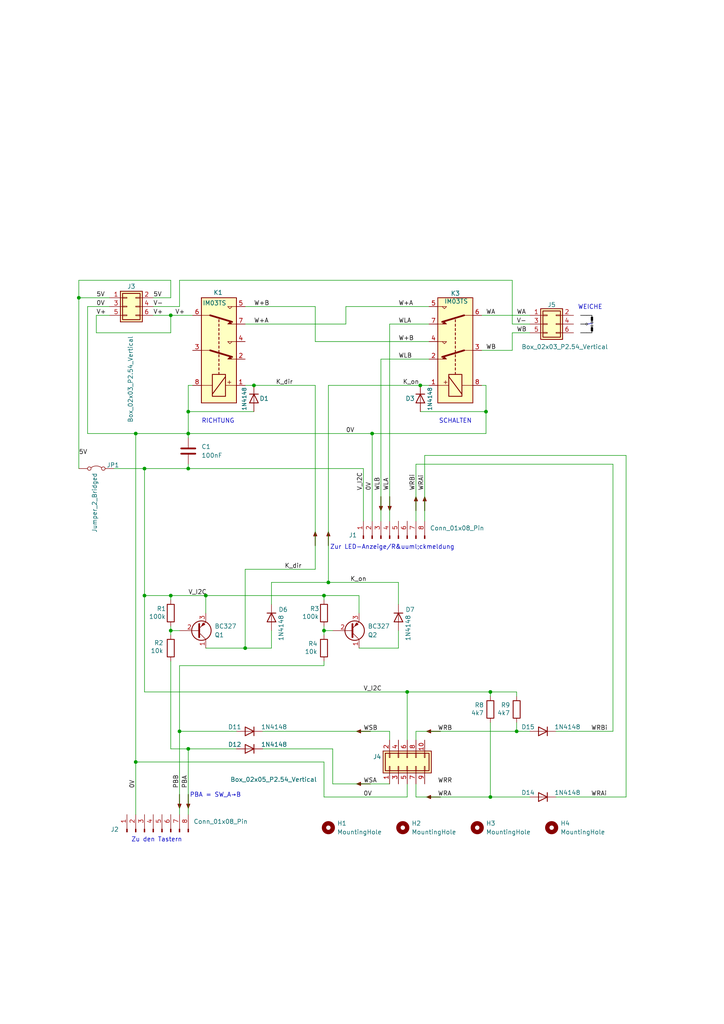
<source format=kicad_sch>
(kicad_sch (version 20231120) (generator "eeschema") (generator_version "8.0")
  (paper "A4" portrait)
  (title_block (date "2024-11-24"))
  (lib_symbols
    (symbol "Connector:Conn_01x08_Pin" (pin_names (offset 1.016) hide)
      (property "Reference" "J" (at 0 10.16 0))
      (property "Value" "Conn_01x08_Pin" (at 0 -12.7 0))
      (symbol "Conn_01x08_Pin_1_1"
        (polyline (pts (xy 1.27 -10.16) (xy 0.8636 -10.16)) (stroke (width 0.1524)))
        (polyline (pts (xy 1.27 -7.62) (xy 0.8636 -7.62)) (stroke (width 0.1524)))
        (polyline (pts (xy 1.27 -5.08) (xy 0.8636 -5.08)) (stroke (width 0.1524)))
        (polyline (pts (xy 1.27 -2.54) (xy 0.8636 -2.54)) (stroke (width 0.1524)))
        (polyline (pts (xy 1.27 0) (xy 0.8636 0)) (stroke (width 0.1524)))
        (polyline (pts (xy 1.27 2.54) (xy 0.8636 2.54)) (stroke (width 0.1524)))
        (polyline (pts (xy 1.27 5.08) (xy 0.8636 5.08)) (stroke (width 0.1524)))
        (polyline (pts (xy 1.27 7.62) (xy 0.8636 7.62)) (stroke (width 0.1524)))
        (rectangle (start 0.8636 -10.033) (end 0 -10.287) (stroke (width 0.1524)) (fill (type outline)))
        (rectangle (start 0.8636 -7.493) (end 0 -7.747) (stroke (width 0.1524)) (fill (type outline)))
        (rectangle (start 0.8636 -4.953) (end 0 -5.207) (stroke (width 0.1524)) (fill (type outline)))
        (rectangle (start 0.8636 -2.413) (end 0 -2.667) (stroke (width 0.1524)) (fill (type outline)))
        (rectangle (start 0.8636 0.127) (end 0 -0.127) (stroke (width 0.1524)) (fill (type outline)))
        (rectangle (start 0.8636 2.667) (end 0 2.413) (stroke (width 0.1524)) (fill (type outline)))
        (rectangle (start 0.8636 5.207) (end 0 4.953) (stroke (width 0.1524)) (fill (type outline)))
        (rectangle (start 0.8636 7.747) (end 0 7.493) (stroke (width 0.1524)) (fill (type outline)))
        (pin passive line (at 5.08 7.62 180) (length 3.81) (name "Pin_1") (number "1"))
        (pin passive line (at 5.08 5.08 180) (length 3.81) (name "Pin_2") (number "2"))
        (pin passive line (at 5.08 2.54 180) (length 3.81) (name "Pin_3") (number "3"))
        (pin passive line (at 5.08 0 180) (length 3.81) (name "Pin_4") (number "4"))
        (pin passive line (at 5.08 -2.54 180) (length 3.81) (name "Pin_5") (number "5"))
        (pin passive line (at 5.08 -5.08 180) (length 3.81) (name "Pin_6") (number "6"))
        (pin passive line (at 5.08 -7.62 180) (length 3.81) (name "Pin_7") (number "7"))
        (pin passive line (at 5.08 -10.16 180) (length 3.81) (name "Pin_8") (number "8"))
      )
    )
    (symbol "Device:C" (pin_numbers hide) (pin_names (offset 0.254))
      (property "Reference" "C" (at 0.635 2.54 0))
      (property "Value" "C" (at 0.635 -2.54 0))
      (symbol "C_0_1"
        (polyline (pts (xy -2.032 -0.762) (xy 2.032 -0.762)) (stroke (width 0.508)))
        (polyline (pts (xy -2.032 0.762) (xy 2.032 0.762)) (stroke (width 0.508)))
      )
      (symbol "C_1_1"
        (pin passive line (at 0 3.81 270) (length 2.794) (name "~") (number "1"))
        (pin passive line (at 0 -3.81 90) (length 2.794) (name "~") (number "2"))
      )
    )
    (symbol "Device:R" (pin_numbers hide) (pin_names (offset 0))
      (property "Reference" "R" (at 2.032 0 90))
      (property "Value" "R" (at 0 0 90))
      (symbol "R_0_1"
        (rectangle (start -1.016 -2.54) (end 1.016 2.54) (stroke (width 0.254)))
      )
      (symbol "R_1_1"
        (pin passive line (at 0 3.81 270) (length 1.27) (name "~") (number "1"))
        (pin passive line (at 0 -3.81 90) (length 1.27) (name "~") (number "2"))
      )
    )
    (symbol "Diode:1N4148" (pin_numbers hide) (pin_names hide)
      (property "Reference" "D" (at 0 2.54 0))
      (property "Value" "1N4148" (at 0 -2.54 0))
      (symbol "1N4148_0_1"
        (polyline (pts (xy -1.27 1.27) (xy -1.27 -1.27)) (stroke (width 0.254)))
        (polyline (pts (xy 1.27 0) (xy -1.27 0)))
        (polyline (pts (xy 1.27 1.27) (xy 1.27 -1.27) (xy -1.27 0) (xy 1.27 1.27)) (stroke (width 0.254)))
      )
      (symbol "1N4148_1_1"
        (pin passive line (at -3.81 0 0) (length 2.54) (name "K") (number "1"))
        (pin passive line (at 3.81 0 180) (length 2.54) (name "A") (number "2"))
      )
    )
    (symbol "Graphic:SYM_Arrow_Small" (in_bom no) (on_board no)
      (symbol "SYM_Arrow_Small_0_1"
        (polyline (pts (xy 1.524 0) (xy -2.032 0)) (stroke (width 0.254)))
        (polyline (pts (xy 2.032 0) (xy 0.762 -0.508) (xy 0.762 0.508) (xy 2.032 0)) (fill (type outline)))
      )
    )
    (symbol "Jumper:Jumper_2_Bridged" (pin_numbers hide) (pin_names (offset 0) hide) (exclude_from_sim yes)
      (property "Reference" "JP" (at 0 1.905 0))
      (property "Value" "Jumper_2_Bridged" (at 0 -2.54 0))
      (symbol "Jumper_2_Bridged_0_0"
        (circle (center -2.032 0) (radius 0.508))
        (circle (center 2.032 0) (radius 0.508))
      )
      (symbol "Jumper_2_Bridged_0_1"
        (arc (start 1.524 0.254) (mid 0 0.762) (end -1.524 0.254))
      )
      (symbol "Jumper_2_Bridged_1_1"
        (pin passive line (at -5.08 0 0) (length 2.54) (name "A") (number "1"))
        (pin passive line (at 5.08 0 180) (length 2.54) (name "B") (number "2"))
      )
    )
    (symbol "Relay:IM03"
      (property "Reference" "K" (at 16.51 3.81 0))
      (property "Value" "IM03" (at 16.51 1.27 0))
      (symbol "IM03_0_0"
        (text "+" (at -9.271 2.921 0) (effects (font (size 1.27 1.27))))
      )
      (symbol "IM03_0_1"
        (rectangle (start -15.24 5.08) (end 15.24 -5.08) (stroke (width 0.254)) (fill (type background)))
        (rectangle (start -13.335 1.905) (end -6.985 -1.905) (stroke (width 0.254)))
        (polyline (pts (xy -12.7 -1.905) (xy -7.62 1.905)) (stroke (width 0.254)))
        (polyline (pts (xy -10.16 -5.08) (xy -10.16 -1.905)))
        (polyline (pts (xy -10.16 5.08) (xy -10.16 1.905)))
        (polyline (pts (xy -6.985 0) (xy -6.35 0)) (stroke (width 0.254)))
        (polyline (pts (xy -5.715 0) (xy -5.08 0)) (stroke (width 0.254)))
        (polyline (pts (xy -4.445 0) (xy -3.81 0)) (stroke (width 0.254)))
        (polyline (pts (xy -3.175 0) (xy -2.54 0)) (stroke (width 0.254)))
        (polyline (pts (xy -1.905 0) (xy -1.27 0)) (stroke (width 0.254)))
        (polyline (pts (xy -0.635 0) (xy 0 0)) (stroke (width 0.254)))
        (polyline (pts (xy 0 -2.54) (xy -1.905 3.81)) (stroke (width 0.508)))
        (polyline (pts (xy 0 -2.54) (xy 0 -5.08)))
        (polyline (pts (xy 0.635 0) (xy 1.27 0)) (stroke (width 0.254)))
        (polyline (pts (xy 1.905 0) (xy 2.54 0)) (stroke (width 0.254)))
        (polyline (pts (xy 3.175 0) (xy 3.81 0)) (stroke (width 0.254)))
        (polyline (pts (xy 4.445 0) (xy 5.08 0)) (stroke (width 0.254)))
        (polyline (pts (xy 5.715 0) (xy 6.35 0)) (stroke (width 0.254)))
        (polyline (pts (xy 6.985 0) (xy 7.62 0)) (stroke (width 0.254)))
        (polyline (pts (xy 8.255 0) (xy 8.89 0)) (stroke (width 0.254)))
        (polyline (pts (xy 10.16 -2.54) (xy 8.255 3.81)) (stroke (width 0.508)))
        (polyline (pts (xy 10.16 -2.54) (xy 10.16 -5.08)))
        (polyline (pts (xy -2.54 5.08) (xy -2.54 2.54) (xy -1.905 3.175) (xy -2.54 3.81)) (fill (type outline)))
        (polyline (pts (xy 2.54 5.08) (xy 2.54 2.54) (xy 1.905 3.175) (xy 2.54 3.81)))
        (polyline (pts (xy 7.62 5.08) (xy 7.62 2.54) (xy 8.255 3.175) (xy 7.62 3.81)) (fill (type outline)))
        (polyline (pts (xy 12.7 5.08) (xy 12.7 2.54) (xy 12.065 3.175) (xy 12.7 3.81)))
      )
      (symbol "IM03_1_1"
        (pin passive line (at -10.16 7.62 270) (length 2.54) (name "~") (number "1"))
        (pin passive line (at -2.54 7.62 270) (length 2.54) (name "~") (number "2"))
        (pin passive line (at 0 -7.62 90) (length 2.54) (name "~") (number "3"))
        (pin passive line (at 2.54 7.62 270) (length 2.54) (name "~") (number "4"))
        (pin passive line (at 12.7 7.62 270) (length 2.54) (name "~") (number "5"))
        (pin passive line (at 10.16 -7.62 90) (length 2.54) (name "~") (number "6"))
        (pin passive line (at 7.62 7.62 270) (length 2.54) (name "~") (number "7"))
        (pin passive line (at -10.16 -7.62 90) (length 2.54) (name "~") (number "8"))
      )
    )
    (symbol "Transistor_BJT:BC327" (pin_names (offset 0) hide)
      (property "Reference" "Q" (at 5.08 1.905 0))
      (property "Value" "BC327" (at 5.08 0 0))
      (symbol "BC327_0_1"
        (polyline (pts (xy 0.635 0.635) (xy 2.54 2.54)))
        (polyline (pts (xy 0.635 -0.635) (xy 2.54 -2.54) (xy 2.54 -2.54)))
        (polyline (pts (xy 0.635 1.905) (xy 0.635 -1.905) (xy 0.635 -1.905)) (stroke (width 0.508)))
        (polyline (pts (xy 2.286 -1.778) (xy 1.778 -2.286) (xy 1.27 -1.27) (xy 2.286 -1.778) (xy 2.286 -1.778)) (fill (type outline)))
        (circle (center 1.27 0) (radius 2.8194) (stroke (width 0.254)))
      )
      (symbol "BC327_1_1"
        (pin passive line (at 2.54 5.08 270) (length 2.54) (name "C") (number "1"))
        (pin input line (at -5.08 0 0) (length 5.715) (name "B") (number "2"))
        (pin passive line (at 2.54 -5.08 90) (length 2.54) (name "E") (number "3"))
      )
    )
    (symbol "_kh_library:Box_02x03_P2.54_Vertical" (pin_names (offset 1.016) hide)
      (property "Reference" "J" (at 1.27 5.588 0))
      (property "Value" "Box_02x03_P2.54_Vertical" (at 1.27 -6.35 0))
      (symbol "Box_02x03_P2.54_Vertical_1_1"
        (rectangle (start -1.905 4.445) (end 4.445 -4.445) (stroke (width 0.254)) (fill (type background)))
        (rectangle (start -1.27 -2.413) (end 0 -2.667) (stroke (width 0.1524)))
        (rectangle (start -1.27 0.127) (end 0 -0.127) (stroke (width 0.1524)))
        (rectangle (start -1.27 2.667) (end 0 2.413) (stroke (width 0.1524)))
        (rectangle (start -1.27 3.81) (end 3.81 -3.81) (stroke (width 0.254)) (fill (type background)))
        (rectangle (start 3.81 -2.413) (end 2.54 -2.667) (stroke (width 0.1524)))
        (rectangle (start 3.81 0.127) (end 2.54 -0.127) (stroke (width 0.1524)))
        (rectangle (start 3.81 2.667) (end 2.54 2.413) (stroke (width 0.1524)))
        (pin passive line (at -5.08 2.54 0) (length 3.81) (name "Pin_1") (number "1"))
        (pin passive line (at 7.62 2.54 180) (length 3.81) (name "Pin_2") (number "2"))
        (pin passive line (at -5.08 0 0) (length 3.81) (name "Pin_3") (number "3"))
        (pin passive line (at 7.62 0 180) (length 3.81) (name "Pin_4") (number "4"))
        (pin passive line (at -5.08 -2.54 0) (length 3.81) (name "Pin_5") (number "5"))
        (pin passive line (at 7.62 -2.54 180) (length 3.81) (name "Pin_6") (number "6"))
      )
    )
    (symbol "_kh_library:Box_02x05_P2.54_Vertical" (pin_names (offset 1.016) hide)
      (property "Reference" "J" (at 1.27 5.588 0))
      (property "Value" "Box_02x05_P2.54_Vertical" (at 1.27 -11.176 0))
      (symbol "Box_02x05_P2.54_Vertical_1_1"
        (rectangle (start -1.905 4.445) (end 4.445 -9.525) (stroke (width 0.254)) (fill (type background)))
        (rectangle (start -1.27 -7.493) (end 0 -7.747) (stroke (width 0.1524)))
        (rectangle (start -1.27 -4.953) (end 0 -5.207) (stroke (width 0.1524)))
        (rectangle (start -1.27 -2.413) (end 0 -2.667) (stroke (width 0.1524)))
        (rectangle (start -1.27 0.127) (end 0 -0.127) (stroke (width 0.1524)))
        (rectangle (start -1.27 2.667) (end 0 2.413) (stroke (width 0.1524)))
        (rectangle (start -1.27 3.81) (end 3.81 -8.89) (stroke (width 0.254)) (fill (type background)))
        (rectangle (start 2.54 -7.493) (end 3.81 -7.747) (stroke (width 0.1524)))
        (rectangle (start 2.54 -4.953) (end 3.81 -5.207) (stroke (width 0.1524)))
        (rectangle (start 2.54 -2.413) (end 3.81 -2.667) (stroke (width 0.1524)))
        (rectangle (start 3.81 0.127) (end 2.54 -0.127) (stroke (width 0.1524)))
        (rectangle (start 3.81 2.667) (end 2.54 2.413) (stroke (width 0.1524)))
        (pin passive line (at -5.08 2.54 0) (length 3.81) (name "Pin_1") (number "1"))
        (pin passive line (at 7.62 -7.62 180) (length 3.81) (name "Pin_10") (number "10"))
        (pin passive line (at 7.62 2.54 180) (length 3.81) (name "Pin_2") (number "2"))
        (pin passive line (at -5.08 0 0) (length 3.81) (name "Pin_3") (number "3"))
        (pin passive line (at 7.62 0 180) (length 3.81) (name "Pin_4") (number "4"))
        (pin passive line (at -5.08 -2.54 0) (length 3.81) (name "Pin_5") (number "5"))
        (pin passive line (at 7.62 -2.54 180) (length 3.81) (name "Pin_6") (number "6"))
        (pin passive line (at -5.08 -5.08 0) (length 3.81) (name "Pin_7") (number "7"))
        (pin passive line (at 7.62 -5.08 180) (length 3.81) (name "Pin_8") (number "8"))
        (pin passive line (at -5.08 -7.62 0) (length 3.81) (name "Pin_9") (number "9"))
      )
    )
    (symbol "_kh_library:MountingHole" (pin_names (offset 1.016)) (exclude_from_sim yes) (in_bom no)
      (property "Reference" "H" (at 0 5.08 0))
      (property "Value" "MountingHole" (at 0 3.175 0))
      (symbol "MountingHole_0_1"
        (circle (center 0 0) (radius 1.27) (stroke (width 1.27)))
      )
    )
  )
  (junction (at 142.24 200.66))
  (junction (at 49.53 182.88))
  (junction (at 52.07 212.09))
  (junction (at 121.92 111.76))
  (junction (at 73.66 111.76))
  (junction (at 49.53 172.72))
  (junction (at 93.98 182.88))
  (junction (at 39.37 125.73))
  (junction (at 54.61 119.38))
  (junction (at 142.24 231.14))
  (junction (at 71.12 187.96))
  (junction (at 140.97 119.38))
  (junction (at 54.61 135.89))
  (junction (at 118.11 200.66))
  (junction (at 149.86 212.09))
  (junction (at 39.37 220.98))
  (junction (at 107.95 125.73))
  (junction (at 59.69 172.72))
  (junction (at 93.98 172.72))
  (junction (at 95.25 168.91))
  (junction (at 49.53 91.44))
  (junction (at 54.61 125.73))
  (junction (at 41.91 135.89))
  (junction (at 22.86 86.36))
  (junction (at 41.91 172.72))
  (junction (at 54.61 217.17))
  (wire (pts (xy 161.29 231.14) (xy 181.61 231.14)))
  (wire (pts (xy 54.61 111.76) (xy 55.88 111.76)))
  (wire (pts (xy 91.44 111.76) (xy 73.66 111.76)))
  (wire (pts (xy 44.45 91.44) (xy 49.53 91.44)))
  (wire (pts (xy 104.14 187.96) (xy 115.57 187.96)))
  (wire (pts (xy 104.14 172.72) (xy 104.14 177.8)))
  (wire (pts (xy 25.4 88.9) (xy 25.4 125.73)))
  (wire (pts (xy 149.86 200.66) (xy 142.24 200.66)))
  (wire (pts (xy 148.59 93.98) (xy 153.67 93.98)))
  (wire (pts (xy 78.74 168.91) (xy 95.25 168.91)))
  (wire (pts (xy 113.03 93.98) (xy 124.46 93.98)))
  (wire (pts (xy 149.86 212.09) (xy 153.67 212.09)))
  (wire (pts (xy 41.91 172.72) (xy 49.53 172.72)))
  (wire (pts (xy 120.65 231.14) (xy 120.65 227.33)))
  (wire (pts (xy 52.07 212.09) (xy 52.07 236.22)))
  (wire (pts (xy 120.65 212.09) (xy 149.86 212.09)))
  (wire (pts (xy 39.37 236.22) (xy 39.37 220.98)))
  (wire (pts (xy 76.2 217.17) (xy 96.52 217.17)))
  (wire (pts (xy 71.12 165.1) (xy 71.12 187.96)))
  (wire (pts (xy 59.69 187.96) (xy 71.12 187.96)))
  (wire (pts (xy 118.11 231.14) (xy 118.11 227.33)))
  (wire (pts (xy 25.4 88.9) (xy 31.75 88.9)))
  (wire (pts (xy 49.53 81.28) (xy 22.86 81.28)))
  (wire (pts (xy 27.94 91.44) (xy 27.94 96.52)))
  (wire (pts (xy 22.86 86.36) (xy 22.86 135.89)))
  (wire (pts (xy 71.12 93.98) (xy 100.33 93.98)))
  (wire (pts (xy 59.69 172.72) (xy 59.69 177.8)))
  (wire (pts (xy 124.46 99.06) (xy 91.44 99.06)))
  (wire (pts (xy 76.2 212.09) (xy 113.03 212.09)))
  (wire (pts (xy 93.98 231.14) (xy 118.11 231.14)))
  (wire (pts (xy 121.92 119.38) (xy 140.97 119.38)))
  (wire (pts (xy 115.57 182.88) (xy 115.57 187.96)))
  (wire (pts (xy 49.53 91.44) (xy 55.88 91.44)))
  (wire (pts (xy 39.37 125.73) (xy 39.37 220.98)))
  (polyline (pts (xy 170.18 91.44) (xy 171.704 91.44)) (stroke (width 0) (color 0 0 0 1)))
  (wire (pts (xy 52.07 212.09) (xy 68.58 212.09)))
  (wire (pts (xy 27.94 96.52) (xy 49.53 96.52)))
  (wire (pts (xy 123.19 132.08) (xy 123.19 151.13)))
  (wire (pts (xy 52.07 193.04) (xy 93.98 193.04)))
  (wire (pts (xy 181.61 132.08) (xy 181.61 231.14)))
  (wire (pts (xy 113.03 93.98) (xy 113.03 151.13)))
  (wire (pts (xy 93.98 182.88) (xy 93.98 184.15)))
  (wire (pts (xy 91.44 99.06) (xy 91.44 88.9)))
  (wire (pts (xy 68.58 217.17) (xy 54.61 217.17)))
  (wire (pts (xy 118.11 200.66) (xy 142.24 200.66)))
  (wire (pts (xy 27.94 91.44) (xy 31.75 91.44)))
  (wire (pts (xy 41.91 135.89) (xy 54.61 135.89)))
  (wire (pts (xy 110.49 104.14) (xy 124.46 104.14)))
  (wire (pts (xy 73.66 119.38) (xy 54.61 119.38)))
  (wire (pts (xy 118.11 200.66) (xy 118.11 214.63)))
  (wire (pts (xy 93.98 220.98) (xy 93.98 231.14)))
  (wire (pts (xy 93.98 172.72) (xy 104.14 172.72)))
  (wire (pts (xy 93.98 182.88) (xy 96.52 182.88)))
  (wire (pts (xy 49.53 172.72) (xy 49.53 173.99)))
  (wire (pts (xy 96.52 227.33) (xy 113.03 227.33)))
  (wire (pts (xy 54.61 127) (xy 54.61 125.73)))
  (polyline (pts (xy 170.434 93.98) (xy 171.958 93.726)))
  (wire (pts (xy 93.98 181.61) (xy 93.98 182.88)))
  (wire (pts (xy 41.91 200.66) (xy 118.11 200.66)))
  (polyline (pts (xy 171.704 96.52) (xy 171.704 94.742)) (stroke (width 0) (color 0 0 0 1)))
  (wire (pts (xy 95.25 111.76) (xy 121.92 111.76)))
  (wire (pts (xy 105.41 135.89) (xy 105.41 151.13)))
  (wire (pts (xy 95.25 111.76) (xy 95.25 168.91)))
  (wire (pts (xy 44.45 88.9) (xy 52.07 88.9)))
  (wire (pts (xy 140.97 111.76) (xy 139.7 111.76)))
  (wire (pts (xy 39.37 220.98) (xy 93.98 220.98)))
  (wire (pts (xy 49.53 191.77) (xy 49.53 217.17)))
  (wire (pts (xy 148.59 81.28) (xy 148.59 93.98)))
  (wire (pts (xy 161.29 212.09) (xy 177.8 212.09)))
  (polyline (pts (xy 171.704 91.44) (xy 171.704 93.218)) (stroke (width 0) (color 0 0 0 1)))
  (wire (pts (xy 177.8 134.62) (xy 177.8 212.09)))
  (wire (pts (xy 110.49 151.13) (xy 110.49 104.14)))
  (wire (pts (xy 71.12 165.1) (xy 91.44 165.1)))
  (wire (pts (xy 120.65 134.62) (xy 120.65 151.13)))
  (wire (pts (xy 54.61 125.73) (xy 107.95 125.73)))
  (wire (pts (xy 142.24 231.14) (xy 153.67 231.14)))
  (polyline (pts (xy 168.402 91.44) (xy 170.18 91.44)) (stroke (width 0) (color 0 0 0 1)))
  (wire (pts (xy 95.25 168.91) (xy 115.57 168.91)))
  (wire (pts (xy 54.61 135.89) (xy 105.41 135.89)))
  (wire (pts (xy 149.86 209.55) (xy 149.86 212.09)))
  (polyline (pts (xy 168.402 93.98) (xy 169.926 93.98)) (stroke (width 0) (color 0 0 0 1)))
  (wire (pts (xy 93.98 172.72) (xy 59.69 172.72)))
  (wire (pts (xy 93.98 172.72) (xy 93.98 173.99)))
  (wire (pts (xy 49.53 91.44) (xy 49.53 96.52)))
  (wire (pts (xy 153.67 96.52) (xy 148.59 96.52)))
  (wire (pts (xy 78.74 175.26) (xy 78.74 168.91)))
  (wire (pts (xy 142.24 209.55) (xy 142.24 231.14)))
  (wire (pts (xy 49.53 181.61) (xy 49.53 182.88)))
  (wire (pts (xy 71.12 187.96) (xy 78.74 187.96)))
  (wire (pts (xy 120.65 212.09) (xy 120.65 214.63)))
  (wire (pts (xy 120.65 231.14) (xy 142.24 231.14)))
  (wire (pts (xy 107.95 125.73) (xy 140.97 125.73)))
  (wire (pts (xy 52.07 193.04) (xy 52.07 212.09)))
  (wire (pts (xy 100.33 93.98) (xy 100.33 88.9)))
  (wire (pts (xy 49.53 182.88) (xy 52.07 182.88)))
  (wire (pts (xy 52.07 81.28) (xy 52.07 88.9)))
  (wire (pts (xy 54.61 119.38) (xy 54.61 125.73)))
  (wire (pts (xy 96.52 217.17) (xy 96.52 227.33)))
  (wire (pts (xy 54.61 217.17) (xy 54.61 236.22)))
  (wire (pts (xy 113.03 212.09) (xy 113.03 214.63)))
  (wire (pts (xy 54.61 217.17) (xy 49.53 217.17)))
  (wire (pts (xy 22.86 86.36) (xy 31.75 86.36)))
  (wire (pts (xy 139.7 101.6) (xy 148.59 101.6)))
  (wire (pts (xy 121.92 111.76) (xy 124.46 111.76)))
  (wire (pts (xy 78.74 187.96) (xy 78.74 182.88)))
  (wire (pts (xy 49.53 86.36) (xy 49.53 81.28)))
  (wire (pts (xy 22.86 81.28) (xy 22.86 86.36)))
  (wire (pts (xy 177.8 134.62) (xy 120.65 134.62)))
  (wire (pts (xy 100.33 88.9) (xy 124.46 88.9)))
  (wire (pts (xy 49.53 182.88) (xy 49.53 184.15)))
  (wire (pts (xy 91.44 88.9) (xy 71.12 88.9)))
  (wire (pts (xy 123.19 132.08) (xy 181.61 132.08)))
  (wire (pts (xy 39.37 125.73) (xy 54.61 125.73)))
  (wire (pts (xy 25.4 125.73) (xy 39.37 125.73)))
  (wire (pts (xy 73.66 111.76) (xy 71.12 111.76)))
  (wire (pts (xy 41.91 172.72) (xy 41.91 200.66)))
  (wire (pts (xy 107.95 125.73) (xy 107.95 151.13)))
  (wire (pts (xy 93.98 193.04) (xy 93.98 191.77)))
  (wire (pts (xy 139.7 91.44) (xy 153.67 91.44)))
  (wire (pts (xy 140.97 119.38) (xy 140.97 111.76)))
  (wire (pts (xy 44.45 86.36) (xy 49.53 86.36)))
  (polyline (pts (xy 170.18 96.52) (xy 171.704 96.52)) (stroke (width 0) (color 0 0 0 1)))
  (wire (pts (xy 149.86 201.93) (xy 149.86 200.66)))
  (wire (pts (xy 148.59 81.28) (xy 52.07 81.28)))
  (wire (pts (xy 142.24 200.66) (xy 142.24 201.93)))
  (wire (pts (xy 140.97 119.38) (xy 140.97 125.73)))
  (wire (pts (xy 41.91 135.89) (xy 41.91 172.72)))
  (wire (pts (xy 33.02 135.89) (xy 41.91 135.89)))
  (wire (pts (xy 115.57 168.91) (xy 115.57 175.26)))
  (wire (pts (xy 148.59 96.52) (xy 148.59 101.6)))
  (wire (pts (xy 91.44 111.76) (xy 91.44 165.1)))
  (wire (pts (xy 54.61 119.38) (xy 54.61 111.76)))
  (wire (pts (xy 54.61 134.62) (xy 54.61 135.89)))
  (wire (pts (xy 49.53 172.72) (xy 59.69 172.72)))
  (polyline (pts (xy 168.402 96.52) (xy 170.18 96.52)) (stroke (width 0) (color 0 0 0 1)))
  (rectangle (start 171.45 91.948) (end 171.958 92.964) (stroke (width 0) (color 0 0 0 1)) (fill (type color) (color 0 0 0 1)))
  (circle (center 171.704 94.488) (radius 0.254) (stroke (width 0) (color 0 0 0 1)))
  (rectangle (start 171.45 96.012) (end 171.958 94.996) (stroke (width 0) (color 0 0 0 1)) (fill (type color) (color 0 0 0 1)))
  (circle (center 171.704 93.472) (radius 0.254) (stroke (width 0) (color 0 0 0 1)))
  (circle (center 170.18 93.98) (radius 0.254) (stroke (width 0) (color 0 0 0 1)))
  (text "SCHALTEN" (at 132.08 122.174 0) (effects (font (size 1.27 1.27))))
  (text "WEICHE" (at 171.196 89.154 0) (effects (font (size 1.27 1.27))))
  (text "PBA = SW_A→B" (at 62.484 230.632 0) (effects (font (size 1.27 1.27))))
  (text "RICHTUNG" (at 63.246 122.174 0) (effects (font (size 1.27 1.27))))
  (text "Zu den Tastern" (at 45.466 243.586 0) (effects (font (size 1.27 1.27))))
  (text "Zur LED-Anzeige/R&uuml;ckmeldung" (at 113.792 158.75 0) (effects (font (size 1.27 1.27))))
  (label "0V" (at 27.94 88.9 0))
  (label "WRA" (at 127 231.14 0))
  (label "WLA" (at 115.57 93.98 0))
  (label "WLB" (at 110.49 142.24 90))
  (label "W+B" (at 73.66 88.9 0))
  (label "V_I2C" (at 105.41 142.24 90))
  (label "0V" (at 39.37 228.6 90))
  (label "PBB" (at 52.07 228.6 90))
  (label "WRBi" (at 171.45 212.09 0))
  (label "0V" (at 107.95 142.24 90))
  (label "WB" (at 149.86 96.52 0))
  (label "WRB" (at 127 212.09 0))
  (label "PBA" (at 54.61 228.6 90))
  (label "WLB" (at 115.57 104.14 0))
  (label "V+" (at 50.8 91.44 0))
  (label "WB" (at 140.97 101.6 0))
  (label "WRAi" (at 123.19 142.24 90))
  (label "5V" (at 22.86 132.08 0))
  (label "WSB" (at 105.41 212.09 0))
  (label "0V" (at 105.41 231.14 0))
  (label "K_on" (at 116.84 111.76 0))
  (label "WRAi" (at 171.45 231.14 0))
  (label "WA" (at 140.97 91.44 0))
  (label "5V" (at 27.94 86.36 0))
  (label "V_I2C" (at 105.41 200.66 0))
  (label "K_dir" (at 82.55 165.1 0))
  (label "K_dir" (at 80.01 111.76 0))
  (label "WA" (at 149.86 91.44 0))
  (label "V-" (at 149.86 93.98 0))
  (label "W+B" (at 115.57 99.06 0))
  (label "WSA" (at 105.41 227.33 0))
  (label "WLA" (at 113.03 142.24 90))
  (label "V+" (at 44.45 91.44 0))
  (label "0V" (at 100.33 125.73 0))
  (label "W+A" (at 115.57 88.9 0))
  (label "5V" (at 44.45 86.36 0))
  (label "V_I2C" (at 54.61 172.72 0))
  (label "V-" (at 44.45 88.9 0))
  (label "WRR" (at 127 227.33 0))
  (label "WRBi" (at 120.65 142.24 90))
  (label "V+" (at 27.94 91.44 0))
  (label "K_on" (at 101.6 168.91 0))
  (label "W+A" (at 73.66 93.98 0))
  (symbol (lib_id "Device:C") (at 54.61 130.81 0) (unit 1)
    (property "Reference" "C1" (at 58.42 129.5399 0) (effects (justify left)))
    (property "Value" "100nF" (at 58.42 132.0799 0) (effects (justify left)))
    (property "Footprint" "_kh_library:C_Rect_L7.0mm_W2.0mm_P5.00mm_kh" (effects (hide yes)))
    (property "Description" "Unpolarized capacitor" (effects (hide yes)))
  )
  (symbol (lib_id "_kh_library:MountingHole") (at 138.43 240.03 0) (unit 1) (exclude_from_sim yes) (in_bom no)
    (property "Reference" "H3" (at 140.97 238.7599 0) (effects (justify left)))
    (property "Value" "MountingHole" (at 140.97 241.2999 0) (effects (justify left)))
    (property "Footprint" "_kh_library:MountingHole_2.2mm_M2_Pad_TopBottom_kh" (effects (hide yes)))
    (property "Description" "Mounting Hole without connection" (effects (hide yes)))
  )
  (symbol (lib_id "Graphic:SYM_Arrow_Small") (at 52.07 232.41 270) (unit 1) (exclude_from_sim yes) (in_bom no) (on_board no)
    (property "Reference" "#SYM14" (effects (hide yes)))
    (property "Value" "SYM_Arrow_Small" (effects (hide yes)))
    (property "Description" "Filled arrow, 160mil" (effects (hide yes)))
  )
  (symbol (lib_id "Graphic:SYM_Arrow_Small") (at 54.61 232.41 270) (unit 1) (exclude_from_sim yes) (in_bom no) (on_board no)
    (property "Reference" "#SYM13" (effects (hide yes)))
    (property "Value" "SYM_Arrow_Small" (effects (hide yes)))
    (property "Description" "Filled arrow, 160mil" (effects (hide yes)))
  )
  (symbol (lib_id "Diode:1N4148") (at 78.74 179.07 270) (unit 1)
    (property "Reference" "D6" (at 80.772 176.784 90) (effects (justify left)))
    (property "Value" "1N4148" (at 81.534 178.308 0) (effects (justify left)))
    (property "Footprint" "_kh_library:D_DO-35_SOD27_P2.54mm_Vertical_AnodeUp_kh" (effects (hide yes)))
    (property "Datasheet" "https://assets.nexperia.com/documents/data-sheet/1N4148_1N4448.pdf" (effects (hide yes)))
    (property "Description" "100V 0.15A standard switching diode, DO-35" (effects (hide yes)))
    (property "Sim.Device" "D" (effects (hide yes)))
    (property "Sim.Pins" "1=K 2=A" (effects (hide yes)))
  )
  (symbol (lib_id "Transistor_BJT:BC327") (at 101.6 182.88 0) (mirror x) (unit 1)
    (property "Reference" "Q2" (at 106.68 184.1501 0) (effects (justify left)))
    (property "Value" "BC327" (at 106.68 181.6101 0) (effects (justify left)))
    (property "Footprint" "_kh_library:TO-92_Inline_Wide_custom" (effects (hide yes)))
    (property "Datasheet" "http://www.onsemi.com/pub_link/Collateral/BC327-D.PDF" (effects (hide yes)))
    (property "Description" "0.8A Ic, 45V Vce, PNP Transistor, TO-92" (effects (hide yes)))
  )
  (symbol (lib_id "_kh_library:Box_02x03_P2.54_Vertical") (at 158.75 93.98 0) (unit 1)
    (property "Reference" "J5" (at 160.02 88.392 0))
    (property "Value" "Box_02x03_P2.54_Vertical" (at 163.83 100.584 0))
    (property "Footprint" "_kh_library:Box_02x03_P2.54mm_Vertical_kh" (effects (hide yes)))
    (property "Description" "Box Header connector, double row, 02x03, odd/even pin numbering scheme" (effects (hide yes)))
  )
  (symbol (lib_id "Connector:Conn_01x08_Pin") (at 113.03 156.21 90) (unit 1)
    (property "Reference" "J1" (at 102.362 155.194 90))
    (property "Value" "Conn_01x08_Pin" (at 132.588 153.162 90))
    (property "Footprint" "_kh_library:PinHeader_1x08_P2.54mm_Vertical_kh" (effects (hide yes)))
    (property "Description" "Generic connector, single row, 01x08, script generated" (effects (hide yes)))
  )
  (symbol (lib_id "Graphic:SYM_Arrow_Small") (at 123.19 146.05 90) (unit 1) (exclude_from_sim yes) (in_bom no) (on_board no)
    (property "Reference" "#SYM4" (effects (hide yes)))
    (property "Value" "SYM_Arrow_Small" (effects (hide yes)))
    (property "Description" "Filled arrow, 160mil" (effects (hide yes)))
  )
  (symbol (lib_id "Transistor_BJT:BC327") (at 57.15 182.88 0) (mirror x) (unit 1)
    (property "Reference" "Q1" (at 62.23 184.1501 0) (effects (justify left)))
    (property "Value" "BC327" (at 62.23 181.6101 0) (effects (justify left)))
    (property "Footprint" "_kh_library:TO-92_Inline_Wide_custom" (effects (hide yes)))
    (property "Datasheet" "http://www.onsemi.com/pub_link/Collateral/BC327-D.PDF" (effects (hide yes)))
    (property "Description" "0.8A Ic, 45V Vce, PNP Transistor, TO-92" (effects (hide yes)))
  )
  (symbol (lib_id "Graphic:SYM_Arrow_Small") (at 113.03 146.05 270) (unit 1) (exclude_from_sim yes) (in_bom no) (on_board no)
    (property "Reference" "#SYM2" (effects (hide yes)))
    (property "Value" "SYM_Arrow_Small" (effects (hide yes)))
    (property "Description" "Filled arrow, 160mil" (effects (hide yes)))
  )
  (symbol (lib_id "Device:R") (at 142.24 205.74 0) (unit 1)
    (property "Reference" "R8" (at 137.668 204.47 0) (effects (justify left)))
    (property "Value" "4k7" (at 136.652 206.756 0) (effects (justify left)))
    (property "Footprint" "_kh_library:R_Axial_P1.778mm_Vertical_kh" (effects (hide yes)))
  )
  (symbol (lib_id "Diode:1N4148") (at 72.39 212.09 180) (unit 1)
    (property "Reference" "D11" (at 68.072 210.82 0))
    (property "Value" "1N4148" (at 79.502 210.82 0))
    (property "Footprint" "_kh_library:D_DO-35_P2.0mm_Vertical_AnodeUp_kh" (effects (hide yes)))
    (property "Datasheet" "https://assets.nexperia.com/documents/data-sheet/1N4148_1N4448.pdf" (effects (hide yes)))
    (property "Description" "100V 0.15A standard switching diode, DO-35" (effects (hide yes)))
    (property "Sim.Device" "D" (effects (hide yes)))
    (property "Sim.Pins" "1=K 2=A" (effects (hide yes)))
  )
  (symbol (lib_id "Device:R") (at 93.98 177.8 0) (unit 1)
    (property "Reference" "R3" (at 89.916 176.53 0) (effects (justify left)))
    (property "Value" "100k" (at 87.63 178.816 0) (effects (justify left)))
    (property "Footprint" "Resistor_THT:R_Axial_DIN0204_L3.6mm_D1.6mm_P2.54mm_Vertical" (effects (hide yes)))
  )
  (symbol (lib_id "Jumper:Jumper_2_Bridged") (at 27.94 135.89 0) (unit 1) (exclude_from_sim yes)
    (property "Reference" "JP1" (at 32.766 134.874 0))
    (property "Value" "Jumper_2_Bridged" (at 27.432 145.796 90))
    (property "Footprint" "Jumper:SolderJumper-2_P1.3mm_Bridged_Pad1.0x1.5mm" (effects (hide yes)))
    (property "Description" "Jumper, 2-pole, closed/bridged" (effects (hide yes)))
  )
  (symbol (lib_id "Graphic:SYM_Arrow_Small") (at 91.44 156.21 90) (unit 1) (exclude_from_sim yes) (in_bom no) (on_board no)
    (property "Reference" "#SYM16" (effects (hide yes)))
    (property "Value" "SYM_Arrow_Small" (effects (hide yes)))
    (property "Description" "Filled arrow, 160mil" (effects (hide yes)))
  )
  (symbol (lib_id "_kh_library:MountingHole") (at 160.02 240.03 0) (unit 1) (exclude_from_sim yes) (in_bom no)
    (property "Reference" "H4" (at 162.56 238.7599 0) (effects (justify left)))
    (property "Value" "MountingHole" (at 162.56 241.2999 0) (effects (justify left)))
    (property "Footprint" "_kh_library:MountingHole_2.2mm_M2_Pad_TopBottom_kh" (effects (hide yes)))
    (property "Description" "Mounting Hole without connection" (effects (hide yes)))
  )
  (symbol (lib_id "Device:R") (at 149.86 205.74 0) (unit 1)
    (property "Reference" "R9" (at 145.288 204.47 0) (effects (justify left)))
    (property "Value" "4k7" (at 144.272 206.756 0) (effects (justify left)))
    (property "Footprint" "_kh_library:R_Axial_P1.778mm_Vertical_kh" (effects (hide yes)))
  )
  (symbol (lib_id "_kh_library:Box_02x03_P2.54_Vertical") (at 36.83 88.9 0) (unit 1)
    (property "Reference" "J3" (at 38.1 83.058 0))
    (property "Value" "Box_02x03_P2.54_Vertical" (at 37.846 109.982 90))
    (property "Footprint" "_kh_library:Box_02x03_P2.54mm_Vertical_kh" (effects (hide yes)))
    (property "Description" "Box Header connector, double row, 02x03, odd/even pin numbering scheme" (effects (hide yes)))
  )
  (symbol (lib_id "Diode:1N4148") (at 121.92 115.57 270) (unit 1)
    (property "Reference" "D3" (at 117.602 115.57 90) (effects (justify left)))
    (property "Value" "1N4148" (at 124.714 112.268 0) (effects (font (size 1.143 1.143)) (justify left)))
    (property "Footprint" "_kh_library:D_DO-35_SOD27_P5.08mm_Vertical_AnodeUp_kh" (effects (hide yes)))
    (property "Datasheet" "https://assets.nexperia.com/documents/data-sheet/1N4148_1N4448.pdf" (effects (hide yes)))
    (property "Description" "100V 0.15A standard switching diode, DO-35" (effects (hide yes)))
    (property "Sim.Device" "D" (effects (hide yes)))
    (property "Sim.Pins" "1=K 2=A" (effects (hide yes)))
  )
  (symbol (lib_id "Graphic:SYM_Arrow_Small") (at 105.41 212.09 180) (unit 1) (exclude_from_sim yes) (in_bom no) (on_board no)
    (property "Reference" "#SYM12" (effects (hide yes)))
    (property "Value" "SYM_Arrow_Small" (effects (hide yes)))
    (property "Description" "Filled arrow, 160mil" (effects (hide yes)))
  )
  (symbol (lib_id "Diode:1N4148") (at 72.39 217.17 180) (unit 1)
    (property "Reference" "D12" (at 68.072 215.9 0))
    (property "Value" "1N4148" (at 79.502 215.9 0))
    (property "Footprint" "_kh_library:D_DO-35_P2.0mm_Vertical_AnodeUp_kh" (effects (hide yes)))
    (property "Datasheet" "https://assets.nexperia.com/documents/data-sheet/1N4148_1N4448.pdf" (effects (hide yes)))
    (property "Description" "100V 0.15A standard switching diode, DO-35" (effects (hide yes)))
    (property "Sim.Device" "D" (effects (hide yes)))
    (property "Sim.Pins" "1=K 2=A" (effects (hide yes)))
  )
  (symbol (lib_id "_kh_library:MountingHole") (at 116.84 240.03 0) (unit 1) (exclude_from_sim yes) (in_bom no)
    (property "Reference" "H2" (at 119.38 238.7599 0) (effects (justify left)))
    (property "Value" "MountingHole" (at 119.38 241.2999 0) (effects (justify left)))
    (property "Footprint" "_kh_library:MountingHole_2.2mm_M2_Pad_TopBottom_kh" (effects (hide yes)))
    (property "Description" "Mounting Hole without connection" (effects (hide yes)))
  )
  (symbol (lib_id "Device:R") (at 49.53 177.8 0) (unit 1)
    (property "Reference" "R1" (at 45.466 176.53 0) (effects (justify left)))
    (property "Value" "100k" (at 43.18 178.816 0) (effects (justify left)))
    (property "Footprint" "Resistor_THT:R_Axial_DIN0204_L3.6mm_D1.6mm_P2.54mm_Vertical" (effects (hide yes)))
  )
  (symbol (lib_id "_kh_library:MountingHole") (at 95.25 240.03 0) (unit 1) (exclude_from_sim yes) (in_bom no)
    (property "Reference" "H1" (at 97.79 238.7599 0) (effects (justify left)))
    (property "Value" "MountingHole" (at 97.79 241.2999 0) (effects (justify left)))
    (property "Footprint" "_kh_library:MountingHole_2.2mm_M2_Pad_TopBottom_kh" (effects (hide yes)))
    (property "Description" "Mounting Hole without connection" (effects (hide yes)))
  )
  (symbol (lib_id "Relay:IM03") (at 63.5 101.6 270) (mirror x) (unit 1)
    (property "Reference" "K1" (at 63.246 84.836 90))
    (property "Value" "IM03TS" (at 62.23 87.884 90))
    (property "Footprint" "_kh_library:Relay_DPDT_AXICOM_IMSeries_Pitch5.08mm_rect_Pins" (effects (hide yes)))
    (property "Datasheet" "http://www.te.com/commerce/DocumentDelivery/DDEController?Action=srchrtrv&DocNm=108-98001&DocType=SS&DocLang=EN" (effects (hide yes)))
    (property "Description" "IM Relay, standard version, monostable, switching current 2/5A, power 60W/62.5VA, voltage 220VDC/250VAC" (effects (hide yes)))
  )
  (symbol (lib_id "Relay:IM03") (at 132.08 101.6 90) (unit 1)
    (property "Reference" "K3" (at 132.08 85.09 90))
    (property "Value" "IM03TS" (at 132.334 87.376 90))
    (property "Footprint" "_kh_library:Relay_DPDT_AXICOM_IMSeries_Pitch5.08mm_rect_Pins" (effects (hide yes)))
    (property "Datasheet" "http://www.te.com/commerce/DocumentDelivery/DDEController?Action=srchrtrv&DocNm=108-98001&DocType=SS&DocLang=EN" (effects (hide yes)))
    (property "Description" "IM Relay, standard version, monostable, switching current 2/5A, power 60W/62.5VA, voltage 220VDC/250VAC" (effects (hide yes)))
  )
  (symbol (lib_id "Connector:Conn_01x08_Pin") (at 44.45 241.3 90) (unit 1)
    (property "Reference" "J2" (at 33.274 240.538 90))
    (property "Value" "Conn_01x08_Pin" (at 64.008 238.252 90))
    (property "Footprint" "_kh_library:PinHeader_1x08_P2.54mm_Vertical_kh" (effects (hide yes)))
    (property "Description" "Generic connector, single row, 01x08, script generated" (effects (hide yes)))
  )
  (symbol (lib_id "Graphic:SYM_Arrow_Small") (at 125.73 212.09 180) (unit 1) (exclude_from_sim yes) (in_bom no) (on_board no)
    (property "Reference" "#SYM7" (effects (hide yes)))
    (property "Value" "SYM_Arrow_Small" (effects (hide yes)))
    (property "Description" "Filled arrow, 160mil" (effects (hide yes)))
  )
  (symbol (lib_id "Graphic:SYM_Arrow_Small") (at 120.65 146.05 90) (unit 1) (exclude_from_sim yes) (in_bom no) (on_board no)
    (property "Reference" "#SYM5" (effects (hide yes)))
    (property "Value" "SYM_Arrow_Small" (effects (hide yes)))
    (property "Description" "Filled arrow, 160mil" (effects (hide yes)))
  )
  (symbol (lib_id "_kh_library:Box_02x05_P2.54_Vertical") (at 115.57 222.25 90) (unit 1)
    (property "Reference" "J4" (at 108.204 219.456 90) (effects (justify right)))
    (property "Value" "Box_02x05_P2.54_Vertical" (at 66.802 226.06 90) (effects (justify right)))
    (property "Footprint" "_kh_library:Box_02x05_P2.54mm_Vertical_kh" (effects (hide yes)))
    (property "Description" "Box Header connector, double row, 02x05, odd/even pin numbering scheme" (effects (hide yes)))
  )
  (symbol (lib_id "Graphic:SYM_Arrow_Small") (at 125.73 231.14 180) (unit 1) (exclude_from_sim yes) (in_bom no) (on_board no)
    (property "Reference" "#SYM9" (effects (hide yes)))
    (property "Value" "SYM_Arrow_Small" (effects (hide yes)))
    (property "Description" "Filled arrow, 160mil" (effects (hide yes)))
  )
  (symbol (lib_id "Graphic:SYM_Arrow_Small") (at 95.25 156.21 90) (unit 1) (exclude_from_sim yes) (in_bom no) (on_board no)
    (property "Reference" "#SYM18" (effects (hide yes)))
    (property "Value" "SYM_Arrow_Small" (effects (hide yes)))
    (property "Description" "Filled arrow, 160mil" (effects (hide yes)))
  )
  (symbol (lib_id "Device:R") (at 93.98 187.96 0) (unit 1)
    (property "Reference" "R4" (at 89.408 186.69 0) (effects (justify left)))
    (property "Value" "10k" (at 88.392 188.976 0) (effects (justify left)))
    (property "Footprint" "Resistor_THT:R_Axial_DIN0204_L3.6mm_D1.6mm_P2.54mm_Vertical" (effects (hide yes)))
  )
  (symbol (lib_id "Graphic:SYM_Arrow_Small") (at 105.41 227.33 180) (unit 1) (exclude_from_sim yes) (in_bom no) (on_board no)
    (property "Reference" "#SYM11" (effects (hide yes)))
    (property "Value" "SYM_Arrow_Small" (effects (hide yes)))
    (property "Description" "Filled arrow, 160mil" (effects (hide yes)))
  )
  (symbol (lib_id "Diode:1N4148") (at 115.57 179.07 270) (unit 1)
    (property "Reference" "D7" (at 117.602 176.784 90) (effects (justify left)))
    (property "Value" "1N4148" (at 118.364 178.308 0) (effects (justify left)))
    (property "Footprint" "_kh_library:D_DO-35_SOD27_P2.54mm_Vertical_AnodeUp_kh" (effects (hide yes)))
    (property "Datasheet" "https://assets.nexperia.com/documents/data-sheet/1N4148_1N4448.pdf" (effects (hide yes)))
    (property "Description" "100V 0.15A standard switching diode, DO-35" (effects (hide yes)))
    (property "Sim.Device" "D" (effects (hide yes)))
    (property "Sim.Pins" "1=K 2=A" (effects (hide yes)))
  )
  (symbol (lib_id "Diode:1N4148") (at 157.48 212.09 180) (unit 1)
    (property "Reference" "D15" (at 153.162 210.82 0))
    (property "Value" "1N4148" (at 164.592 210.82 0))
    (property "Footprint" "_kh_library:D_DO-35_P2.0mm_Vertical_AnodeUp_kh" (effects (hide yes)))
    (property "Datasheet" "https://assets.nexperia.com/documents/data-sheet/1N4148_1N4448.pdf" (effects (hide yes)))
    (property "Description" "100V 0.15A standard switching diode, DO-35" (effects (hide yes)))
    (property "Sim.Device" "D" (effects (hide yes)))
    (property "Sim.Pins" "1=K 2=A" (effects (hide yes)))
  )
  (symbol (lib_id "Diode:1N4148") (at 73.66 115.57 90) (mirror x) (unit 1)
    (property "Reference" "D1" (at 77.978 115.57 90) (effects (justify left)))
    (property "Value" "1N4148" (at 70.866 112.268 0) (effects (font (size 1.143 1.143)) (justify left)))
    (property "Footprint" "_kh_library:D_DO-35_SOD27_P5.08mm_Vertical_AnodeUp_kh" (effects (hide yes)))
    (property "Datasheet" "https://assets.nexperia.com/documents/data-sheet/1N4148_1N4448.pdf" (effects (hide yes)))
    (property "Description" "100V 0.15A standard switching diode, DO-35" (effects (hide yes)))
    (property "Sim.Device" "D" (effects (hide yes)))
    (property "Sim.Pins" "1=K 2=A" (effects (hide yes)))
  )
  (symbol (lib_id "Device:R") (at 49.53 187.96 0) (unit 1)
    (property "Reference" "R2" (at 44.704 186.436 0) (effects (justify left)))
    (property "Value" "10k" (at 43.688 188.722 0) (effects (justify left)))
    (property "Footprint" "_kh_library:R_Axial_DIN0204_L3.6mm_D1.6mm_P3.81mm_Vertical_kh" (effects (hide yes)))
  )
  (symbol (lib_id "Graphic:SYM_Arrow_Small") (at 110.49 146.05 270) (unit 1) (exclude_from_sim yes) (in_bom no) (on_board no)
    (property "Reference" "#SYM1" (effects (hide yes)))
    (property "Value" "SYM_Arrow_Small" (effects (hide yes)))
    (property "Description" "Filled arrow, 160mil" (effects (hide yes)))
  )
  (symbol (lib_id "Diode:1N4148") (at 157.48 231.14 180) (unit 1)
    (property "Reference" "D14" (at 153.162 229.87 0))
    (property "Value" "1N4148" (at 164.592 229.87 0))
    (property "Footprint" "_kh_library:D_DO-35_P2.0mm_Vertical_AnodeUp_kh" (effects (hide yes)))
    (property "Datasheet" "https://assets.nexperia.com/documents/data-sheet/1N4148_1N4448.pdf" (effects (hide yes)))
    (property "Description" "100V 0.15A standard switching diode, DO-35" (effects (hide yes)))
    (property "Sim.Device" "D" (effects (hide yes)))
    (property "Sim.Pins" "1=K 2=A" (effects (hide yes)))
  )
)
</source>
